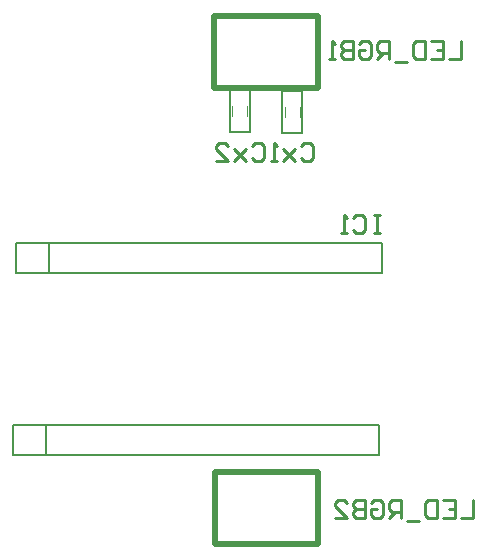
<source format=gbo>
G04 Layer_Color=32896*
%FSLAX24Y24*%
%MOIN*%
G70*
G01*
G75*
%ADD26C,0.0040*%
%ADD27C,0.0050*%
%ADD29C,0.0100*%
%ADD41C,0.0079*%
%ADD42C,0.0200*%
D26*
X9290Y15900D02*
Y16240D01*
X8790Y15900D02*
Y16240D01*
X11040Y15880D02*
Y16220D01*
X10540Y15880D02*
Y16220D01*
D27*
X8700Y15370D02*
Y16770D01*
X9370D01*
Y15370D02*
Y16770D01*
X8700Y15370D02*
X9370D01*
X10450Y15350D02*
Y16750D01*
X11120D01*
Y15350D02*
Y16750D01*
X10450Y15350D02*
X11120D01*
D29*
X13710Y12620D02*
X13510D01*
X13610D01*
Y12020D01*
X13710D01*
X13510D01*
X12810Y12520D02*
X12910Y12620D01*
X13110D01*
X13210Y12520D01*
Y12120D01*
X13110Y12020D01*
X12910D01*
X12810Y12120D01*
X12610Y12020D02*
X12410D01*
X12510D01*
Y12620D01*
X12610Y12520D01*
X9450Y14910D02*
X9550Y15010D01*
X9750D01*
X9850Y14910D01*
Y14510D01*
X9750Y14410D01*
X9550D01*
X9450Y14510D01*
X9250Y14810D02*
X8850Y14410D01*
X9050Y14610D01*
X8850Y14810D01*
X9250Y14410D01*
X8251D02*
X8650D01*
X8251Y14810D01*
Y14910D01*
X8350Y15010D01*
X8550D01*
X8650Y14910D01*
X11070D02*
X11170Y15010D01*
X11370D01*
X11470Y14910D01*
Y14510D01*
X11370Y14410D01*
X11170D01*
X11070Y14510D01*
X10870Y14810D02*
X10470Y14410D01*
X10670Y14610D01*
X10470Y14810D01*
X10870Y14410D01*
X10270D02*
X10070D01*
X10170D01*
Y15010D01*
X10270Y14910D01*
X16410Y18430D02*
Y17830D01*
X16010D01*
X15410Y18430D02*
X15810D01*
Y17830D01*
X15410D01*
X15810Y18130D02*
X15610D01*
X15210Y18430D02*
Y17830D01*
X14910D01*
X14811Y17930D01*
Y18330D01*
X14910Y18430D01*
X15210D01*
X14611Y17730D02*
X14211D01*
X14011Y17830D02*
Y18430D01*
X13711D01*
X13611Y18330D01*
Y18130D01*
X13711Y18030D01*
X14011D01*
X13811D02*
X13611Y17830D01*
X13011Y18330D02*
X13111Y18430D01*
X13311D01*
X13411Y18330D01*
Y17930D01*
X13311Y17830D01*
X13111D01*
X13011Y17930D01*
Y18130D01*
X13211D01*
X12811Y18430D02*
Y17830D01*
X12511D01*
X12411Y17930D01*
Y18030D01*
X12511Y18130D01*
X12811D01*
X12511D01*
X12411Y18230D01*
Y18330D01*
X12511Y18430D01*
X12811D01*
X12211Y17830D02*
X12011D01*
X12111D01*
Y18430D01*
X12211Y18330D01*
X16810Y3100D02*
Y2500D01*
X16410D01*
X15810Y3100D02*
X16210D01*
Y2500D01*
X15810D01*
X16210Y2800D02*
X16010D01*
X15610Y3100D02*
Y2500D01*
X15310D01*
X15211Y2600D01*
Y3000D01*
X15310Y3100D01*
X15610D01*
X15011Y2400D02*
X14611D01*
X14411Y2500D02*
Y3100D01*
X14111D01*
X14011Y3000D01*
Y2800D01*
X14111Y2700D01*
X14411D01*
X14211D02*
X14011Y2500D01*
X13411Y3000D02*
X13511Y3100D01*
X13711D01*
X13811Y3000D01*
Y2600D01*
X13711Y2500D01*
X13511D01*
X13411Y2600D01*
Y2800D01*
X13611D01*
X13211Y3100D02*
Y2500D01*
X12911D01*
X12811Y2600D01*
Y2700D01*
X12911Y2800D01*
X13211D01*
X12911D01*
X12811Y2900D01*
Y3000D01*
X12911Y3100D01*
X13211D01*
X12211Y2500D02*
X12611D01*
X12211Y2900D01*
Y3000D01*
X12311Y3100D01*
X12511D01*
X12611Y3000D01*
D41*
X13669Y4630D02*
Y5630D01*
X1472D02*
X13669D01*
X1472Y4630D02*
Y5630D01*
Y4630D02*
X2320D01*
X13669D01*
X2570D02*
Y5630D01*
X13769Y10680D02*
Y11680D01*
X1572D02*
X13769D01*
X1572Y10680D02*
Y11680D01*
Y10680D02*
X2420D01*
X13769D01*
X2670D02*
Y11680D01*
D42*
X11650Y1659D02*
Y4059D01*
X8200D02*
X11650D01*
X8200Y1659D02*
X11650D01*
X8200D02*
Y4059D01*
X8190Y16840D02*
Y19240D01*
Y16840D02*
X11640D01*
X8190Y19240D02*
X11640D01*
Y16840D02*
Y19240D01*
M02*

</source>
